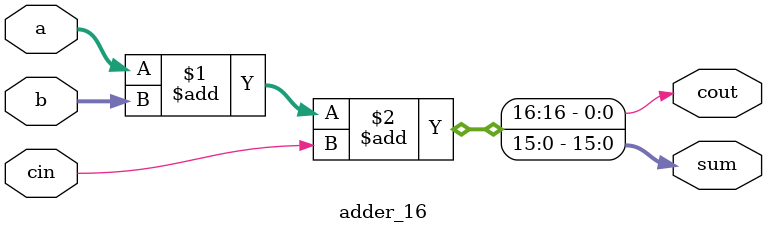
<source format=v>

module adder_16(cout, sum, a, b, cin);
output cout;
output [15:0] sum; 	 // sum uses the size parameter
input cin;
input [15:0] a, b;  // 'a' and 'b' use the size parameter

assign {cout, sum} = a + b + cin;

endmodule










</source>
